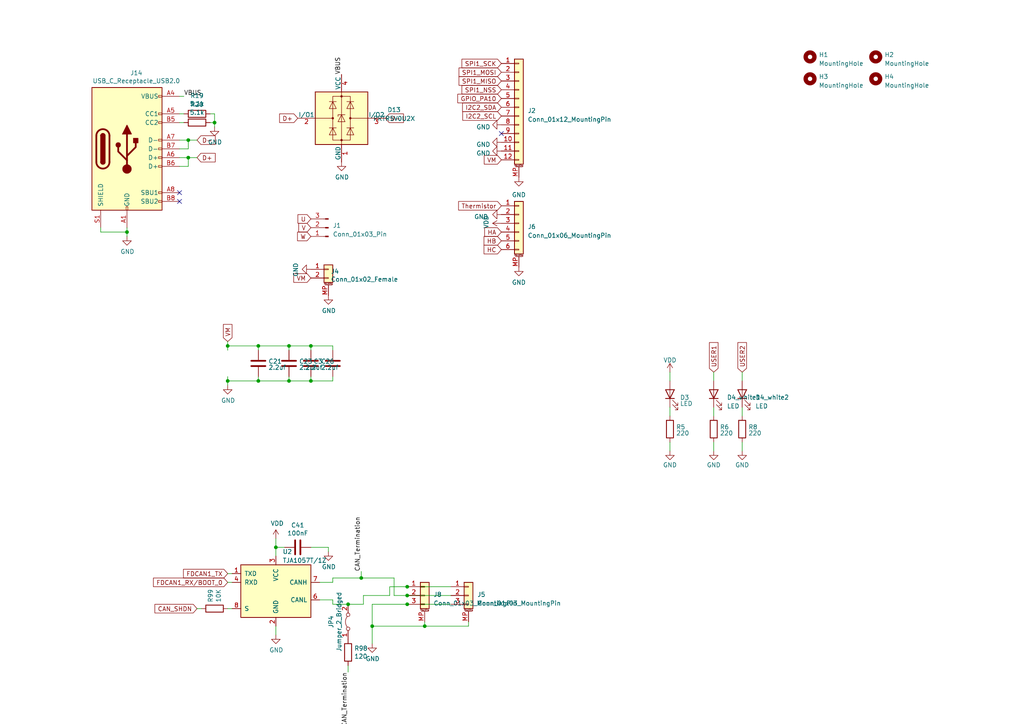
<source format=kicad_sch>
(kicad_sch (version 20230121) (generator eeschema)
  (paper "A4")
  (lib_symbols
    (symbol "Connector:Conn_01x03_Pin" (pin_names (offset 1.016) hide)
      (property "Reference" "J" (at 0 5.08 0))
      (property "Value" "Conn_01x03_Pin" (at 0 -5.08 0))
      (symbol "Conn_01x03_Pin_1_1"
        (polyline (pts (xy 1.27 -2.54) (xy 0.8636 -2.54)) (stroke (width 0.1524)))
        (polyline (pts (xy 1.27 0) (xy 0.8636 0)) (stroke (width 0.1524)))
        (polyline (pts (xy 1.27 2.54) (xy 0.8636 2.54)) (stroke (width 0.1524)))
        (rectangle (start 0.8636 -2.413) (end 0 -2.667) (stroke (width 0.1524)) (fill (type outline)))
        (rectangle (start 0.8636 0.127) (end 0 -0.127) (stroke (width 0.1524)) (fill (type outline)))
        (rectangle (start 0.8636 2.667) (end 0 2.413) (stroke (width 0.1524)) (fill (type outline)))
        (pin passive line (at 5.08 2.54 180) (length 3.81) (name "Pin_1") (number "1"))
        (pin passive line (at 5.08 0 180) (length 3.81) (name "Pin_2") (number "2"))
        (pin passive line (at 5.08 -2.54 180) (length 3.81) (name "Pin_3") (number "3"))
      )
    )
    (symbol "Connector:USB_C_Receptacle_USB2.0" (pin_names (offset 1.016))
      (property "Reference" "J" (at -10.16 19.05 0))
      (property "Value" "USB_C_Receptacle_USB2.0" (at 19.05 19.05 0))
      (symbol "USB_C_Receptacle_USB2.0_0_0"
        (rectangle (start -0.254 -17.78) (end 0.254 -16.764))
        (rectangle (start 10.16 -14.986) (end 9.144 -15.494))
        (rectangle (start 10.16 -12.446) (end 9.144 -12.954))
        (rectangle (start 10.16 -4.826) (end 9.144 -5.334))
        (rectangle (start 10.16 -2.286) (end 9.144 -2.794))
        (rectangle (start 10.16 0.254) (end 9.144 -0.254))
        (rectangle (start 10.16 2.794) (end 9.144 2.286))
        (rectangle (start 10.16 7.874) (end 9.144 7.366))
        (rectangle (start 10.16 10.414) (end 9.144 9.906))
        (rectangle (start 10.16 15.494) (end 9.144 14.986))
      )
      (symbol "USB_C_Receptacle_USB2.0_0_1"
        (rectangle (start -10.16 17.78) (end 10.16 -17.78) (stroke (width 0.254)) (fill (type background)))
        (arc (start -8.89 -3.81) (mid -6.985 -5.7067) (end -5.08 -3.81) (stroke (width 0.508)))
        (arc (start -7.62 -3.81) (mid -6.985 -4.4423) (end -6.35 -3.81) (stroke (width 0.254)))
        (arc (start -7.62 -3.81) (mid -6.985 -4.4423) (end -6.35 -3.81) (stroke (width 0.254)) (fill (type outline)))
        (rectangle (start -7.62 -3.81) (end -6.35 3.81) (stroke (width 0.254)) (fill (type outline)))
        (arc (start -6.35 3.81) (mid -6.985 4.4423) (end -7.62 3.81) (stroke (width 0.254)))
        (arc (start -6.35 3.81) (mid -6.985 4.4423) (end -7.62 3.81) (stroke (width 0.254)) (fill (type outline)))
        (arc (start -5.08 3.81) (mid -6.985 5.7067) (end -8.89 3.81) (stroke (width 0.508)))
        (circle (center -2.54 1.143) (radius 0.635) (stroke (width 0.254)) (fill (type outline)))
        (circle (center 0 -5.842) (radius 1.27) (fill (type outline)))
        (polyline (pts (xy -8.89 -3.81) (xy -8.89 3.81)) (stroke (width 0.508)))
        (polyline (pts (xy -5.08 3.81) (xy -5.08 -3.81)) (stroke (width 0.508)))
        (polyline (pts (xy 0 -5.842) (xy 0 4.318)) (stroke (width 0.508)))
        (polyline (pts (xy 0 -3.302) (xy -2.54 -0.762) (xy -2.54 0.508)) (stroke (width 0.508)))
        (polyline (pts (xy 0 -2.032) (xy 2.54 0.508) (xy 2.54 1.778)) (stroke (width 0.508)))
        (polyline (pts (xy -1.27 4.318) (xy 0 6.858) (xy 1.27 4.318) (xy -1.27 4.318)) (stroke (width 0.254)) (fill (type outline)))
        (rectangle (start 1.905 1.778) (end 3.175 3.048) (stroke (width 0.254)) (fill (type outline)))
      )
      (symbol "USB_C_Receptacle_USB2.0_1_1"
        (pin passive line (at 0 -22.86 90) (length 5.08) (name "GND") (number "A1"))
        (pin passive line (at 0 -22.86 90) (length 5.08) hide (name "GND") (number "A12"))
        (pin passive line (at 15.24 15.24 180) (length 5.08) (name "VBUS") (number "A4"))
        (pin bidirectional line (at 15.24 10.16 180) (length 5.08) (name "CC1") (number "A5"))
        (pin bidirectional line (at 15.24 -2.54 180) (length 5.08) (name "D+") (number "A6"))
        (pin bidirectional line (at 15.24 2.54 180) (length 5.08) (name "D-") (number "A7"))
        (pin bidirectional line (at 15.24 -12.7 180) (length 5.08) (name "SBU1") (number "A8"))
        (pin passive line (at 15.24 15.24 180) (length 5.08) hide (name "VBUS") (number "A9"))
        (pin passive line (at 0 -22.86 90) (length 5.08) hide (name "GND") (number "B1"))
        (pin passive line (at 0 -22.86 90) (length 5.08) hide (name "GND") (number "B12"))
        (pin passive line (at 15.24 15.24 180) (length 5.08) hide (name "VBUS") (number "B4"))
        (pin bidirectional line (at 15.24 7.62 180) (length 5.08) (name "CC2") (number "B5"))
        (pin bidirectional line (at 15.24 -5.08 180) (length 5.08) (name "D+") (number "B6"))
        (pin bidirectional line (at 15.24 0 180) (length 5.08) (name "D-") (number "B7"))
        (pin bidirectional line (at 15.24 -15.24 180) (length 5.08) (name "SBU2") (number "B8"))
        (pin passive line (at 15.24 15.24 180) (length 5.08) hide (name "VBUS") (number "B9"))
        (pin passive line (at -7.62 -22.86 90) (length 5.08) (name "SHIELD") (number "S1"))
      )
    )
    (symbol "Connector_Generic_MountingPin:Conn_01x02_MountingPin" (pin_names (offset 1.016) hide)
      (property "Reference" "J" (at 0 2.54 0))
      (property "Value" "Conn_01x02_MountingPin" (at 1.27 -5.08 0))
      (symbol "Conn_01x02_MountingPin_1_1"
        (rectangle (start -1.27 -2.413) (end 0 -2.667) (stroke (width 0.1524)))
        (rectangle (start -1.27 0.127) (end 0 -0.127) (stroke (width 0.1524)))
        (rectangle (start -1.27 1.27) (end 1.27 -3.81) (stroke (width 0.254)) (fill (type background)))
        (polyline (pts (xy -1.016 -4.572) (xy 1.016 -4.572)) (stroke (width 0.1524)))
        (text "Mounting" (at 0 -4.191 0) (effects (font (size 0.381 0.381))))
        (pin passive line (at -5.08 0 0) (length 3.81) (name "Pin_1") (number "1"))
        (pin passive line (at -5.08 -2.54 0) (length 3.81) (name "Pin_2") (number "2"))
        (pin passive line (at 0 -7.62 90) (length 3.048) (name "MountPin") (number "MP"))
      )
    )
    (symbol "Connector_Generic_MountingPin:Conn_01x03_MountingPin" (pin_names (offset 1.016) hide)
      (property "Reference" "J" (at 0 5.08 0))
      (property "Value" "Conn_01x03_MountingPin" (at 1.27 -5.08 0))
      (symbol "Conn_01x03_MountingPin_1_1"
        (rectangle (start -1.27 -2.413) (end 0 -2.667) (stroke (width 0.1524)))
        (rectangle (start -1.27 0.127) (end 0 -0.127) (stroke (width 0.1524)))
        (rectangle (start -1.27 2.667) (end 0 2.413) (stroke (width 0.1524)))
        (rectangle (start -1.27 3.81) (end 1.27 -3.81) (stroke (width 0.254)) (fill (type background)))
        (polyline (pts (xy -1.016 -4.572) (xy 1.016 -4.572)) (stroke (width 0.1524)))
        (text "Mounting" (at 0 -4.191 0) (effects (font (size 0.381 0.381))))
        (pin passive line (at -5.08 2.54 0) (length 3.81) (name "Pin_1") (number "1"))
        (pin passive line (at -5.08 0 0) (length 3.81) (name "Pin_2") (number "2"))
        (pin passive line (at -5.08 -2.54 0) (length 3.81) (name "Pin_3") (number "3"))
        (pin passive line (at 0 -7.62 90) (length 3.048) (name "MountPin") (number "MP"))
      )
    )
    (symbol "Connector_Generic_MountingPin:Conn_01x06_MountingPin" (pin_names (offset 1.016) hide)
      (property "Reference" "J" (at 0 7.62 0))
      (property "Value" "Conn_01x06_MountingPin" (at 1.27 -10.16 0))
      (symbol "Conn_01x06_MountingPin_1_1"
        (rectangle (start -1.27 -7.493) (end 0 -7.747) (stroke (width 0.1524)))
        (rectangle (start -1.27 -4.953) (end 0 -5.207) (stroke (width 0.1524)))
        (rectangle (start -1.27 -2.413) (end 0 -2.667) (stroke (width 0.1524)))
        (rectangle (start -1.27 0.127) (end 0 -0.127) (stroke (width 0.1524)))
        (rectangle (start -1.27 2.667) (end 0 2.413) (stroke (width 0.1524)))
        (rectangle (start -1.27 5.207) (end 0 4.953) (stroke (width 0.1524)))
        (rectangle (start -1.27 6.35) (end 1.27 -8.89) (stroke (width 0.254)) (fill (type background)))
        (polyline (pts (xy -1.016 -9.652) (xy 1.016 -9.652)) (stroke (width 0.1524)))
        (text "Mounting" (at 0 -9.271 0) (effects (font (size 0.381 0.381))))
        (pin passive line (at -5.08 5.08 0) (length 3.81) (name "Pin_1") (number "1"))
        (pin passive line (at -5.08 2.54 0) (length 3.81) (name "Pin_2") (number "2"))
        (pin passive line (at -5.08 0 0) (length 3.81) (name "Pin_3") (number "3"))
        (pin passive line (at -5.08 -2.54 0) (length 3.81) (name "Pin_4") (number "4"))
        (pin passive line (at -5.08 -5.08 0) (length 3.81) (name "Pin_5") (number "5"))
        (pin passive line (at -5.08 -7.62 0) (length 3.81) (name "Pin_6") (number "6"))
        (pin passive line (at 0 -12.7 90) (length 3.048) (name "MountPin") (number "MP"))
      )
    )
    (symbol "Connector_Generic_MountingPin:Conn_01x12_MountingPin" (pin_names (offset 1.016) hide)
      (property "Reference" "J" (at 0 15.24 0))
      (property "Value" "Conn_01x12_MountingPin" (at 1.27 -17.78 0))
      (symbol "Conn_01x12_MountingPin_1_1"
        (rectangle (start -1.27 -15.113) (end 0 -15.367) (stroke (width 0.1524)))
        (rectangle (start -1.27 -12.573) (end 0 -12.827) (stroke (width 0.1524)))
        (rectangle (start -1.27 -10.033) (end 0 -10.287) (stroke (width 0.1524)))
        (rectangle (start -1.27 -7.493) (end 0 -7.747) (stroke (width 0.1524)))
        (rectangle (start -1.27 -4.953) (end 0 -5.207) (stroke (width 0.1524)))
        (rectangle (start -1.27 -2.413) (end 0 -2.667) (stroke (width 0.1524)))
        (rectangle (start -1.27 0.127) (end 0 -0.127) (stroke (width 0.1524)))
        (rectangle (start -1.27 2.667) (end 0 2.413) (stroke (width 0.1524)))
        (rectangle (start -1.27 5.207) (end 0 4.953) (stroke (width 0.1524)))
        (rectangle (start -1.27 7.747) (end 0 7.493) (stroke (width 0.1524)))
        (rectangle (start -1.27 10.287) (end 0 10.033) (stroke (width 0.1524)))
        (rectangle (start -1.27 12.827) (end 0 12.573) (stroke (width 0.1524)))
        (rectangle (start -1.27 13.97) (end 1.27 -16.51) (stroke (width 0.254)) (fill (type background)))
        (polyline (pts (xy -1.016 -17.272) (xy 1.016 -17.272)) (stroke (width 0.1524)))
        (text "Mounting" (at 0 -16.891 0) (effects (font (size 0.381 0.381))))
        (pin passive line (at -5.08 12.7 0) (length 3.81) (name "Pin_1") (number "1"))
        (pin passive line (at -5.08 -10.16 0) (length 3.81) (name "Pin_10") (number "10"))
        (pin passive line (at -5.08 -12.7 0) (length 3.81) (name "Pin_11") (number "11"))
        (pin passive line (at -5.08 -15.24 0) (length 3.81) (name "Pin_12") (number "12"))
        (pin passive line (at -5.08 10.16 0) (length 3.81) (name "Pin_2") (number "2"))
        (pin passive line (at -5.08 7.62 0) (length 3.81) (name "Pin_3") (number "3"))
        (pin passive line (at -5.08 5.08 0) (length 3.81) (name "Pin_4") (number "4"))
        (pin passive line (at -5.08 2.54 0) (length 3.81) (name "Pin_5") (number "5"))
        (pin passive line (at -5.08 0 0) (length 3.81) (name "Pin_6") (number "6"))
        (pin passive line (at -5.08 -2.54 0) (length 3.81) (name "Pin_7") (number "7"))
        (pin passive line (at -5.08 -5.08 0) (length 3.81) (name "Pin_8") (number "8"))
        (pin passive line (at -5.08 -7.62 0) (length 3.81) (name "Pin_9") (number "9"))
        (pin passive line (at 0 -20.32 90) (length 3.048) (name "MountPin") (number "MP"))
      )
    )
    (symbol "Device:C" (pin_numbers hide) (pin_names (offset 0.254))
      (property "Reference" "C" (at 0.635 2.54 0))
      (property "Value" "C" (at 0.635 -2.54 0))
      (symbol "C_0_1"
        (polyline (pts (xy -2.032 -0.762) (xy 2.032 -0.762)) (stroke (width 0.508)))
        (polyline (pts (xy -2.032 0.762) (xy 2.032 0.762)) (stroke (width 0.508)))
      )
      (symbol "C_1_1"
        (pin passive line (at 0 3.81 270) (length 2.794) (name "~") (number "1"))
        (pin passive line (at 0 -3.81 90) (length 2.794) (name "~") (number "2"))
      )
    )
    (symbol "Device:LED" (pin_numbers hide) (pin_names (offset 1.016) hide)
      (property "Reference" "D" (at 0 2.54 0))
      (property "Value" "LED" (at 0 -2.54 0))
      (symbol "LED_0_1"
        (polyline (pts (xy -1.27 -1.27) (xy -1.27 1.27)) (stroke (width 0.254)))
        (polyline (pts (xy -1.27 0) (xy 1.27 0)))
        (polyline (pts (xy 1.27 -1.27) (xy 1.27 1.27) (xy -1.27 0) (xy 1.27 -1.27)) (stroke (width 0.254)))
        (polyline (pts (xy -3.048 -0.762) (xy -4.572 -2.286) (xy -3.81 -2.286) (xy -4.572 -2.286) (xy -4.572 -1.524)))
        (polyline (pts (xy -1.778 -0.762) (xy -3.302 -2.286) (xy -2.54 -2.286) (xy -3.302 -2.286) (xy -3.302 -1.524)))
      )
      (symbol "LED_1_1"
        (pin passive line (at -3.81 0 0) (length 2.54) (name "K") (number "1"))
        (pin passive line (at 3.81 0 180) (length 2.54) (name "A") (number "2"))
      )
    )
    (symbol "Device:R" (pin_numbers hide) (pin_names (offset 0))
      (property "Reference" "R" (at 2.032 0 90))
      (property "Value" "R" (at 0 0 90))
      (symbol "R_0_1"
        (rectangle (start -1.016 -2.54) (end 1.016 2.54) (stroke (width 0.254)))
      )
      (symbol "R_1_1"
        (pin passive line (at 0 3.81 270) (length 1.27) (name "~") (number "1"))
        (pin passive line (at 0 -3.81 90) (length 1.27) (name "~") (number "2"))
      )
    )
    (symbol "Interface_CAN_LIN:TJA1051T" (pin_names (offset 1.016))
      (property "Reference" "U" (at -10.16 8.89 0))
      (property "Value" "TJA1051T" (at 1.27 8.89 0))
      (symbol "TJA1051T_0_1"
        (rectangle (start -10.16 7.62) (end 10.16 -7.62) (stroke (width 0.254)) (fill (type background)))
      )
      (symbol "TJA1051T_1_1"
        (pin input line (at -12.7 5.08 0) (length 2.54) (name "TXD") (number "1"))
        (pin power_in line (at 0 -10.16 90) (length 2.54) (name "GND") (number "2"))
        (pin power_in line (at 0 10.16 270) (length 2.54) (name "VCC") (number "3"))
        (pin output line (at -12.7 2.54 0) (length 2.54) (name "RXD") (number "4"))
        (pin no_connect line (at -12.7 -2.54 0) (length 2.54) hide (name "n.c.") (number "5"))
        (pin bidirectional line (at 12.7 -2.54 180) (length 2.54) (name "CANL") (number "6"))
        (pin bidirectional line (at 12.7 2.54 180) (length 2.54) (name "CANH") (number "7"))
        (pin input line (at -12.7 -5.08 0) (length 2.54) (name "S") (number "8"))
      )
    )
    (symbol "Jumper:Jumper_2_Bridged" (pin_names (offset 0) hide)
      (property "Reference" "JP" (at 0 1.905 0))
      (property "Value" "Jumper_2_Bridged" (at 0 -2.54 0))
      (symbol "Jumper_2_Bridged_0_0"
        (circle (center -2.032 0) (radius 0.508))
        (circle (center 2.032 0) (radius 0.508))
      )
      (symbol "Jumper_2_Bridged_0_1"
        (arc (start 1.524 0.254) (mid 0 0.762) (end -1.524 0.254))
      )
      (symbol "Jumper_2_Bridged_1_1"
        (pin passive line (at -5.08 0 0) (length 2.54) (name "A") (number "1"))
        (pin passive line (at 5.08 0 180) (length 2.54) (name "B") (number "2"))
      )
    )
    (symbol "Mechanical:MountingHole" (pin_names (offset 1.016))
      (property "Reference" "H" (at 0 5.08 0))
      (property "Value" "MountingHole" (at 0 3.175 0))
      (symbol "MountingHole_0_1"
        (circle (center 0 0) (radius 1.27) (stroke (width 1.27)))
      )
    )
    (symbol "Power_Protection:PRTR5V0U2X" (pin_names (offset 0))
      (property "Reference" "D" (at 2.794 8.636 0))
      (property "Value" "PRTR5V0U2X" (at 8.128 -9.398 0))
      (symbol "PRTR5V0U2X_0_1"
        (rectangle (start -7.62 -7.62) (end 7.62 7.62) (stroke (width 0.254)) (fill (type background)))
        (circle (center -2.54 0) (radius 0.254) (fill (type outline)))
        (rectangle (start -2.54 6.35) (end 2.54 -6.35))
        (circle (center 0 -6.35) (radius 0.254) (fill (type outline)))
        (polyline (pts (xy -2.54 0) (xy -7.62 0)))
        (polyline (pts (xy -1.524 -2.794) (xy -3.556 -2.794)))
        (polyline (pts (xy -1.524 4.826) (xy -3.556 4.826)))
        (polyline (pts (xy 0 -7.62) (xy 0 7.62)))
        (polyline (pts (xy 1.524 -2.794) (xy 3.556 -2.794)))
        (polyline (pts (xy 1.524 4.826) (xy 3.556 4.826)))
        (polyline (pts (xy 2.54 0) (xy 7.62 0)))
        (polyline (pts (xy 1.016 1.016) (xy -1.016 1.016) (xy -1.016 0.508)))
        (polyline (pts (xy -3.556 -4.826) (xy -1.524 -4.826) (xy -2.54 -2.794) (xy -3.556 -4.826)))
        (polyline (pts (xy -3.556 2.794) (xy -1.524 2.794) (xy -2.54 4.826) (xy -3.556 2.794)))
        (polyline (pts (xy -1.016 -1.016) (xy 1.016 -1.016) (xy 0 1.016) (xy -1.016 -1.016)))
        (polyline (pts (xy 3.556 -4.826) (xy 1.524 -4.826) (xy 2.54 -2.794) (xy 3.556 -4.826)))
        (polyline (pts (xy 3.556 2.794) (xy 1.524 2.794) (xy 2.54 4.826) (xy 3.556 2.794)))
        (circle (center 0 6.35) (radius 0.254) (fill (type outline)))
        (circle (center 2.54 0) (radius 0.254) (fill (type outline)))
      )
      (symbol "PRTR5V0U2X_1_1"
        (pin passive line (at 0 -12.7 90) (length 5.08) (name "GND") (number "1"))
        (pin passive line (at -12.7 0 0) (length 5.08) (name "I/O1") (number "2"))
        (pin passive line (at 12.7 0 180) (length 5.08) (name "I/O2") (number "3"))
        (pin passive line (at 0 12.7 270) (length 5.08) (name "VCC") (number "4"))
      )
    )
    (symbol "power:GND" (power) (pin_names (offset 0))
      (property "Value" "GND" (at 0 -3.81 0))
      (symbol "GND_0_1"
        (polyline (pts (xy 0 0) (xy 0 -1.27) (xy 1.27 -1.27) (xy 0 -2.54) (xy -1.27 -1.27) (xy 0 -1.27)))
      )
      (symbol "GND_1_1"
        (pin power_in line (at 0 0 270) (length 0) hide (name "GND") (number "1"))
      )
    )
    (symbol "power:VDD" (power) (pin_names (offset 0))
      (property "Value" "VDD" (at 0 3.81 0))
      (symbol "VDD_0_1"
        (polyline (pts (xy -0.762 1.27) (xy 0 2.54)))
        (polyline (pts (xy 0 0) (xy 0 2.54)))
        (polyline (pts (xy 0 2.54) (xy 0.762 1.27)))
      )
      (symbol "VDD_1_1"
        (pin power_in line (at 0 0 90) (length 0) hide (name "VDD") (number "1"))
      )
    )
  )
  (junction (at 54.61 40.64))
  (junction (at 66.04 110.49))
  (junction (at 100.965 175.26))
  (junction (at 118.11 172.72))
  (junction (at 118.11 170.18))
  (junction (at 90.17 100.33))
  (junction (at 107.95 181.61))
  (junction (at 66.04 100.33))
  (junction (at 83.82 110.49))
  (junction (at 74.93 100.33))
  (junction (at 118.11 175.26))
  (junction (at 123.19 181.61))
  (junction (at 104.775 167.64))
  (junction (at 62.23 35.56))
  (junction (at 90.17 110.49))
  (junction (at 36.83 67.31))
  (junction (at 83.82 100.33))
  (junction (at 74.93 110.49))
  (junction (at 80.01 158.75))
  (junction (at 54.61 45.72))
  (no_connect (at 145.415 38.735))
  (no_connect (at 52.07 58.42))
  (no_connect (at 52.07 55.88))
  (wire (pts (xy 90.17 110.49) (xy 96.52 110.49)))
  (wire (pts (xy 90.17 100.33) (xy 96.52 100.33)))
  (wire (pts (xy 95.25 158.75) (xy 95.25 160.02)))
  (wire (pts (xy 66.04 100.33) (xy 66.04 101.6)))
  (wire (pts (xy 118.11 172.72) (xy 130.81 172.72)))
  (wire (pts (xy 74.93 100.33) (xy 83.82 100.33)))
  (wire (pts (xy 215.265 118.11) (xy 215.265 120.65)))
  (wire (pts (xy 66.04 168.91) (xy 67.31 168.91)))
  (wire (pts (xy 123.19 181.61) (xy 135.89 181.61)))
  (wire (pts (xy 96.52 167.64) (xy 104.775 167.64)))
  (wire (pts (xy 96.52 110.49) (xy 96.52 109.22)))
  (wire (pts (xy 92.71 168.91) (xy 96.52 168.91)))
  (wire (pts (xy 66.04 110.49) (xy 66.04 111.76)))
  (wire (pts (xy 54.61 45.72) (xy 57.15 45.72)))
  (wire (pts (xy 207.01 118.11) (xy 207.01 120.65)))
  (wire (pts (xy 96.52 175.26) (xy 96.52 173.99)))
  (wire (pts (xy 83.82 100.33) (xy 90.17 100.33)))
  (wire (pts (xy 54.61 40.64) (xy 57.15 40.64)))
  (wire (pts (xy 52.07 40.64) (xy 54.61 40.64)))
  (wire (pts (xy 90.17 110.49) (xy 90.17 109.22)))
  (wire (pts (xy 96.52 173.99) (xy 92.71 173.99)))
  (wire (pts (xy 66.04 99.06) (xy 66.04 100.33)))
  (wire (pts (xy 36.83 66.04) (xy 36.83 67.31)))
  (wire (pts (xy 60.96 35.56) (xy 62.23 35.56)))
  (wire (pts (xy 113.03 170.18) (xy 118.11 170.18)))
  (wire (pts (xy 207.01 128.27) (xy 207.01 130.81)))
  (wire (pts (xy 83.82 110.49) (xy 74.93 110.49)))
  (wire (pts (xy 118.11 170.18) (xy 130.81 170.18)))
  (wire (pts (xy 83.82 110.49) (xy 90.17 110.49)))
  (wire (pts (xy 118.11 175.26) (xy 107.95 175.26)))
  (wire (pts (xy 66.04 166.37) (xy 67.31 166.37)))
  (wire (pts (xy 105.41 172.72) (xy 105.41 175.26)))
  (wire (pts (xy 118.11 172.72) (xy 114.3 172.72)))
  (wire (pts (xy 52.07 27.94) (xy 53.34 27.94)))
  (wire (pts (xy 207.01 107.95) (xy 207.01 110.49)))
  (wire (pts (xy 66.04 109.22) (xy 66.04 110.49)))
  (wire (pts (xy 90.17 100.33) (xy 90.17 101.6)))
  (wire (pts (xy 104.775 165.735) (xy 104.775 167.64)))
  (wire (pts (xy 100.965 175.26) (xy 105.41 175.26)))
  (wire (pts (xy 74.93 109.22) (xy 74.93 110.49)))
  (wire (pts (xy 66.04 100.33) (xy 74.93 100.33)))
  (wire (pts (xy 107.95 181.61) (xy 123.19 181.61)))
  (wire (pts (xy 74.93 100.33) (xy 74.93 101.6)))
  (wire (pts (xy 90.17 158.75) (xy 95.25 158.75)))
  (wire (pts (xy 135.89 181.61) (xy 135.89 180.34)))
  (wire (pts (xy 113.03 172.72) (xy 113.03 170.18)))
  (wire (pts (xy 107.95 181.61) (xy 107.95 186.69)))
  (wire (pts (xy 54.61 40.64) (xy 54.61 43.18)))
  (wire (pts (xy 29.21 66.04) (xy 29.21 67.31)))
  (wire (pts (xy 123.19 180.34) (xy 123.19 181.61)))
  (wire (pts (xy 80.01 158.75) (xy 80.01 156.21)))
  (wire (pts (xy 80.01 181.61) (xy 80.01 184.15)))
  (wire (pts (xy 57.15 176.53) (xy 58.42 176.53)))
  (wire (pts (xy 96.52 168.91) (xy 96.52 167.64)))
  (wire (pts (xy 194.31 128.27) (xy 194.31 130.81)))
  (wire (pts (xy 80.01 161.29) (xy 80.01 158.75)))
  (wire (pts (xy 194.31 107.95) (xy 194.31 110.49)))
  (wire (pts (xy 52.07 43.18) (xy 54.61 43.18)))
  (wire (pts (xy 62.23 33.02) (xy 60.96 33.02)))
  (wire (pts (xy 74.93 110.49) (xy 66.04 110.49)))
  (wire (pts (xy 100.965 193.04) (xy 100.965 194.945)))
  (wire (pts (xy 67.31 176.53) (xy 66.04 176.53)))
  (wire (pts (xy 104.775 167.64) (xy 114.3 167.64)))
  (wire (pts (xy 114.3 172.72) (xy 114.3 167.64)))
  (wire (pts (xy 215.265 107.95) (xy 215.265 110.49)))
  (wire (pts (xy 52.07 33.02) (xy 53.34 33.02)))
  (wire (pts (xy 29.21 67.31) (xy 36.83 67.31)))
  (wire (pts (xy 105.41 172.72) (xy 113.03 172.72)))
  (wire (pts (xy 107.95 175.26) (xy 107.95 181.61)))
  (wire (pts (xy 96.52 175.26) (xy 100.965 175.26)))
  (wire (pts (xy 52.07 45.72) (xy 54.61 45.72)))
  (wire (pts (xy 62.23 35.56) (xy 62.23 33.02)))
  (wire (pts (xy 80.01 158.75) (xy 82.55 158.75)))
  (wire (pts (xy 52.07 48.26) (xy 54.61 48.26)))
  (wire (pts (xy 194.31 118.11) (xy 194.31 120.65)))
  (wire (pts (xy 52.07 35.56) (xy 53.34 35.56)))
  (wire (pts (xy 83.82 109.22) (xy 83.82 110.49)))
  (wire (pts (xy 83.82 101.6) (xy 83.82 100.33)))
  (wire (pts (xy 118.11 175.26) (xy 130.81 175.26)))
  (wire (pts (xy 215.265 128.27) (xy 215.265 130.81)))
  (wire (pts (xy 36.83 67.31) (xy 36.83 68.58)))
  (wire (pts (xy 62.23 36.83) (xy 62.23 35.56)))
  (wire (pts (xy 54.61 48.26) (xy 54.61 45.72)))
  (wire (pts (xy 96.52 100.33) (xy 96.52 101.6)))
  (label "CAN_Termination" (at 100.965 194.945 270))
  (label "CAN_Termination" (at 104.775 165.735 90))
  (label "VBUS" (at 53.34 27.94 0))
  (label "VBUS" (at 99.06 21.59 90))
  (global_label "CAN_SHDN" (shape input) (at 57.15 176.53 180) (property "Intersheetrefs" "${INTERSHEET_REFS}" (effects hide)))
  (global_label "VM" (shape input) (at 90.17 80.645 180) (property "Intersheetrefs" "${INTERSHEET_REFS}" (effects hide)))
  (global_label "I2C2_SCL" (shape input) (at 145.415 33.655 180) (property "Intersheetrefs" "${INTERSHEET_REFS}" (effects hide)))
  (global_label "Thermistor" (shape input) (at 145.415 59.69 180) (property "Intersheetrefs" "${INTERSHEET_REFS}" (effects hide)))
  (global_label "HC" (shape input) (at 145.415 72.39 180) (property "Intersheetrefs" "${INTERSHEET_REFS}" (effects hide)))
  (global_label "SPI1_SCK" (shape input) (at 145.415 18.415 180) (property "Intersheetrefs" "${INTERSHEET_REFS}" (effects hide)))
  (global_label "W" (shape input) (at 90.17 68.58 180) (property "Intersheetrefs" "${INTERSHEET_REFS}" (effects hide)))
  (global_label "FDCAN1_TX" (shape input) (at 66.04 166.37 180) (property "Intersheetrefs" "${INTERSHEET_REFS}" (effects hide)))
  (global_label "D+" (shape input) (at 57.15 45.72 0) (property "Intersheetrefs" "${INTERSHEET_REFS}" (effects hide)))
  (global_label "SPI1_MOSI" (shape input) (at 145.415 20.955 180) (property "Intersheetrefs" "${INTERSHEET_REFS}" (effects hide)))
  (global_label "U" (shape input) (at 90.17 63.5 180) (property "Intersheetrefs" "${INTERSHEET_REFS}" (effects hide)))
  (global_label "VM" (shape input) (at 66.04 99.06 90) (property "Intersheetrefs" "${INTERSHEET_REFS}" (effects hide)))
  (global_label "D-" (shape input) (at 111.76 34.29 0) (property "Intersheetrefs" "${INTERSHEET_REFS}" (effects hide)))
  (global_label "HB" (shape input) (at 145.415 69.85 180) (property "Intersheetrefs" "${INTERSHEET_REFS}" (effects hide)))
  (global_label "HA" (shape input) (at 145.415 67.31 180) (property "Intersheetrefs" "${INTERSHEET_REFS}" (effects hide)))
  (global_label "USER2" (shape input) (at 215.265 107.95 90) (property "Intersheetrefs" "${INTERSHEET_REFS}" (effects hide)))
  (global_label "D-" (shape input) (at 57.15 40.64 0) (property "Intersheetrefs" "${INTERSHEET_REFS}" (effects hide)))
  (global_label "SPI1_NSS" (shape input) (at 145.415 26.035 180) (property "Intersheetrefs" "${INTERSHEET_REFS}" (effects hide)))
  (global_label "SPI1_MISO" (shape input) (at 145.415 23.495 180) (property "Intersheetrefs" "${INTERSHEET_REFS}" (effects hide)))
  (global_label "GPIO_PA10" (shape input) (at 145.415 28.575 180) (property "Intersheetrefs" "${INTERSHEET_REFS}" (effects hide)))
  (global_label "V" (shape input) (at 90.17 66.04 180) (property "Intersheetrefs" "${INTERSHEET_REFS}" (effects hide)))
  (global_label "I2C2_SDA" (shape input) (at 145.415 31.115 180) (property "Intersheetrefs" "${INTERSHEET_REFS}" (effects hide)))
  (global_label "VM" (shape input) (at 145.415 46.355 180) (property "Intersheetrefs" "${INTERSHEET_REFS}" (effects hide)))
  (global_label "FDCAN1_RX{slash}BOOT_0" (shape input) (at 66.04 168.91 180) (property "Intersheetrefs" "${INTERSHEET_REFS}" (effects hide)))
  (global_label "D+" (shape input) (at 86.36 34.29 180) (property "Intersheetrefs" "${INTERSHEET_REFS}" (effects hide)))
  (global_label "USER1" (shape input) (at 207.01 107.95 90) (property "Intersheetrefs" "${INTERSHEET_REFS}" (effects hide)))
  (symbol (lib_id "Device:R") (at 100.965 189.23 0) (unit 1)
    (property "Reference" "R98" (at 102.743 188.0616 0) (effects (justify left)))
    (property "Value" "120" (at 102.743 190.373 0) (effects (justify left)))
    (property "Footprint" "Resistor_SMD:R_0402_1005Metric" (effects hide))
  )
  (symbol (lib_id "power:GND") (at 80.01 184.15 0) (unit 1)
    (property "Reference" "#PWR0137" (effects hide))
    (property "Value" "GND" (at 80.137 188.5442 0))
  )
  (symbol (lib_id "power:GND") (at 107.95 186.69 0) (unit 1)
    (property "Reference" "#PWR0139" (effects hide))
    (property "Value" "GND" (at 108.077 191.0842 0))
  )
  (symbol (lib_id "power:VDD") (at 80.01 156.21 0) (unit 1)
    (property "Reference" "#PWR0138" (effects hide))
    (property "Value" "VDD" (at 80.391 151.8158 0))
  )
  (symbol (lib_id "power:GND") (at 95.25 160.02 0) (unit 1)
    (property "Reference" "#PWR0140" (effects hide))
    (property "Value" "GND" (at 95.377 164.4142 0))
  )
  (symbol (lib_id "Connector_Generic_MountingPin:Conn_01x02_MountingPin") (at 95.25 78.105 0) (unit 1)
    (property "Reference" "J4" (at 95.9612 78.7146 0) (effects (justify left)))
    (property "Value" "Conn_01x02_Female" (at 95.9612 81.026 0) (effects (justify left)))
    (property "Footprint" "Connector_PinHeader_2.54mm:PinHeader_1x02_P2.54mm_Vertical" (effects hide))
  )
  (symbol (lib_id "Device:C") (at 86.36 158.75 270) (unit 1)
    (property "Reference" "C41" (at 86.36 152.3492 90))
    (property "Value" "100nF" (at 86.36 154.6606 90))
    (property "Footprint" "Capacitor_SMD:C_0402_1005Metric" (effects hide))
  )
  (symbol (lib_id "power:GND") (at 90.17 78.105 270) (unit 1)
    (property "Reference" "#PWR0136" (effects hide))
    (property "Value" "GND" (at 85.7758 78.232 0))
  )
  (symbol (lib_id "power:GND") (at 207.01 130.81 0) (unit 1)
    (property "Reference" "#PWR0145" (effects hide))
    (property "Value" "GND" (at 207.01 134.8661 0))
  )
  (symbol (lib_id "Device:R") (at 57.15 35.56 270) (unit 1)
    (property "Reference" "R20" (at 57.15 30.3022 90))
    (property "Value" "5.1k" (at 57.15 32.6136 90))
    (property "Footprint" "Resistor_SMD:R_0402_1005Metric" (effects hide))
    (property "LCSC Part" "C23186" (effects hide))
  )
  (symbol (lib_id "power:GND") (at 150.495 77.47 0) (unit 1)
    (property "Reference" "#PWR011" (effects hide))
    (property "Value" "GND" (at 150.495 81.915 0))
  )
  (symbol (lib_id "Mechanical:MountingHole") (at 254 22.86 0) (unit 1)
    (property "Reference" "H4" (at 256.54 22.225 0) (effects (justify left)))
    (property "Value" "MountingHole" (at 256.54 24.765 0) (effects (justify left)))
    (property "Footprint" "MountingHole:MountingHole_2.2mm_M2" (effects hide))
  )
  (symbol (lib_id "power:GND") (at 95.25 85.725 0) (unit 1)
    (property "Reference" "#PWR0157" (effects hide))
    (property "Value" "GND" (at 95.377 90.1192 0))
  )
  (symbol (lib_id "Device:C") (at 96.52 105.41 0) (mirror y) (unit 1)
    (property "Reference" "C3" (at 93.599 104.8155 0) (effects (justify left)))
    (property "Value" "2.2uf" (at 93.599 106.5777 0) (effects (justify left)))
    (property "Footprint" "Capacitor_SMD:C_1206_3216Metric" (effects hide))
    (property "LCSC Part" "C650969" (effects hide))
  )
  (symbol (lib_id "Device:C") (at 74.93 105.41 0) (unit 1)
    (property "Reference" "C21" (at 77.851 104.8155 0) (effects (justify left)))
    (property "Value" "2.2uf" (at 77.851 106.5777 0) (effects (justify left)))
    (property "Footprint" "Capacitor_SMD:C_1206_3216Metric" (effects hide))
    (property "LCSC Part" "C650969" (effects hide))
  )
  (symbol (lib_id "Connector:USB_C_Receptacle_USB2.0") (at 36.83 43.18 0) (unit 1)
    (property "Reference" "J14" (at 39.5478 21.1582 0))
    (property "Value" "USB_C_Receptacle_USB2.0" (at 39.5478 23.4696 0))
    (property "Footprint" "Connector_USB:USB_C_Receptacle_XKB_U262-16XN-4BVC11" (effects hide))
    (property "Datasheet" "https://www.usb.org/sites/default/files/documents/usb_type-c.zip" (effects hide))
    (property "LCSC Part" "C165948" (effects hide))
  )
  (symbol (lib_id "Device:LED") (at 215.265 114.3 90) (unit 1)
    (property "Reference" "D4_white2" (at 219.075 115.2525 90) (effects (justify right)))
    (property "Value" "LED" (at 219.075 117.7925 90) (effects (justify right)))
    (property "Footprint" "LED_SMD:LED_0805_2012Metric" (effects hide))
  )
  (symbol (lib_id "power:GND") (at 36.83 68.58 0) (unit 1)
    (property "Reference" "#PWR0159" (effects hide))
    (property "Value" "GND" (at 36.957 72.9742 0))
    (instances (project "STSPIN32G4_V2" (path "" (reference "#PWR0159") (unit 1))) (project "pico_twister" (path "" (reference "#PWR0147") (unit 1))))
  )
  (symbol (lib_id "Device:R") (at 207.01 124.46 0) (unit 1)
    (property "Reference" "R6" (at 208.788 123.8655 0) (effects (justify left)))
    (property "Value" "220" (at 208.788 125.6277 0) (effects (justify left)))
    (property "Footprint" "Resistor_SMD:R_0402_1005Metric" (effects hide))
  )
  (symbol (lib_id "power:GND") (at 99.06 46.99 0) (unit 1)
    (property "Reference" "#PWR0161" (effects hide))
    (property "Value" "GND" (at 99.187 51.3842 0))
    (instances (project "STSPIN32G4_V2" (path "" (reference "#PWR0161") (unit 1))) (project "pico_twister" (path "" (reference "#PWR0155") (unit 1))))
  )
  (symbol (lib_id "Interface_CAN_LIN:TJA1051T") (at 80.01 171.45 0) (unit 1)
    (property "Reference" "U2" (at 81.9659 160.02 0) (effects (justify left)))
    (property "Value" "TJA1057T/1Z" (at 81.9659 162.56 0) (effects (justify left)))
    (property "Footprint" "Package_SO:SOIC-8_3.9x4.9mm_P1.27mm" (effects hide))
    (property "Datasheet" "http://www.nxp.com/documents/data_sheet/TJA1051.pdf" (effects hide))
    (property "LCSC" "C961484" (effects hide))
  )
  (symbol (lib_id "power:GND") (at 150.495 51.435 0) (unit 1)
    (property "Reference" "#PWR03" (effects hide))
    (property "Value" "GND" (at 150.495 56.515 0))
  )
  (symbol (lib_id "power:GND") (at 62.23 36.83 0) (unit 1)
    (property "Reference" "#PWR0160" (effects hide))
    (property "Value" "GND" (at 62.357 41.2242 0))
    (instances (project "STSPIN32G4_V2" (path "" (reference "#PWR0160") (unit 1))) (project "pico_twister" (path "" (reference "#PWR0155") (unit 1))))
  )
  (symbol (lib_id "power:GND") (at 145.415 41.275 270) (unit 1)
    (property "Reference" "#PWR01" (effects hide))
    (property "Value" "GND" (at 142.24 41.91 90) (effects (justify right)))
  )
  (symbol (lib_id "Connector_Generic_MountingPin:Conn_01x06_MountingPin") (at 150.495 64.77 0) (unit 1)
    (property "Reference" "J6" (at 153.035 65.7606 0) (effects (justify left)))
    (property "Value" "Conn_01x06_MountingPin" (at 153.035 68.3006 0) (effects (justify left)))
    (property "Footprint" "Connector_PinHeader_1.27mm:PinHeader_1x06_P1.27mm_Vertical" (effects hide))
    (property "LCSC" "C2904934" (effects hide))
  )
  (symbol (lib_id "power:GND") (at 66.04 111.76 0) (unit 1)
    (property "Reference" "#PWR0154" (effects hide))
    (property "Value" "GND" (at 66.167 116.1542 0))
  )
  (symbol (lib_id "Device:C") (at 83.82 105.41 0) (unit 1)
    (property "Reference" "C23" (at 86.741 104.8155 0) (effects (justify left)))
    (property "Value" "2.2uf" (at 86.741 106.5777 0) (effects (justify left)))
    (property "Footprint" "Capacitor_SMD:C_1206_3216Metric" (effects hide))
    (property "LCSC Part" "C650969" (effects hide))
  )
  (symbol (lib_id "power:VDD") (at 194.31 107.95 0) (unit 1)
    (property "Reference" "#PWR0151" (effects hide))
    (property "Value" "VDD" (at 194.31 104.4671 0))
  )
  (symbol (lib_id "power:GND") (at 194.31 130.81 0) (unit 1)
    (property "Reference" "#PWR0150" (effects hide))
    (property "Value" "GND" (at 194.31 134.8661 0))
  )
  (symbol (lib_id "power:GND") (at 215.265 130.81 0) (unit 1)
    (property "Reference" "#PWR014" (effects hide))
    (property "Value" "GND" (at 215.265 134.8661 0))
  )
  (symbol (lib_id "power:GND") (at 145.415 62.23 270) (unit 1)
    (property "Reference" "#PWR013" (effects hide))
    (property "Value" "GND" (at 141.605 62.865 90) (effects (justify right)))
  )
  (symbol (lib_id "Mechanical:MountingHole") (at 234.95 22.86 0) (unit 1)
    (property "Reference" "H3" (at 237.49 22.225 0) (effects (justify left)))
    (property "Value" "MountingHole" (at 237.49 24.765 0) (effects (justify left)))
    (property "Footprint" "MountingHole:MountingHole_2.2mm_M2" (effects hide))
  )
  (symbol (lib_id "Jumper:Jumper_2_Bridged") (at 100.965 180.34 90) (unit 1)
    (property "Reference" "JP4" (at 96.012 180.34 0))
    (property "Value" "Jumper_2_Bridged" (at 98.3234 180.34 0))
    (property "Footprint" "Jumper:SolderJumper-2_P1.3mm_Bridged_RoundedPad1.0x1.5mm" (effects hide))
    (instances (project "STSPIN32G4_V2" (path "" (reference "JP4") (unit 1)) (path "" (reference "JP1") (unit 1))))
  )
  (symbol (lib_id "Connector_Generic_MountingPin:Conn_01x12_MountingPin") (at 150.495 31.115 0) (unit 1)
    (property "Reference" "J2" (at 153.035 32.1056 0) (effects (justify left)))
    (property "Value" "Conn_01x12_MountingPin" (at 153.035 34.6456 0) (effects (justify left)))
    (property "Footprint" "mystuff:0.5K-A-12PBF" (effects hide))
    (property "LCSC" "C2914207" (effects hide))
  )
  (symbol (lib_id "Connector:Conn_01x03_Pin") (at 95.25 66.04 180) (unit 1)
    (property "Reference" "J1" (at 96.52 65.405 0) (effects (justify right)))
    (property "Value" "Conn_01x03_Pin" (at 96.52 67.945 0) (effects (justify right)))
    (property "Footprint" "Connector_JST:JST_XH_B3B-XH-AM_1x03_P2.50mm_Vertical" (effects hide))
  )
  (symbol (lib_id "Connector_Generic_MountingPin:Conn_01x03_MountingPin") (at 135.89 172.72 0) (unit 1)
    (property "Reference" "J5" (at 138.43 172.4406 0) (effects (justify left)))
    (property "Value" "Conn_01x03_MountingPin" (at 138.43 174.9806 0) (effects (justify left)))
    (property "Footprint" "Connector_JST:JST_SH_BM03B-SRSS-TB_1x03-1MP_P1.00mm_Vertical" (effects hide))
  )
  (symbol (lib_id "Device:R") (at 62.23 176.53 90) (unit 1)
    (property "Reference" "R99" (at 61.0616 174.752 0) (effects (justify left)))
    (property "Value" "10K" (at 63.373 174.752 0) (effects (justify left)))
    (property "Footprint" "Resistor_SMD:R_0402_1005Metric" (effects hide))
  )
  (symbol (lib_id "Device:R") (at 57.15 33.02 270) (unit 1)
    (property "Reference" "R19" (at 57.15 27.7622 90))
    (property "Value" "5.1k" (at 57.15 30.0736 90))
    (property "Footprint" "Resistor_SMD:R_0402_1005Metric" (effects hide))
  )
  (symbol (lib_id "Mechanical:MountingHole") (at 234.95 16.51 0) (unit 1)
    (property "Reference" "H1" (at 237.49 15.875 0) (effects (justify left)))
    (property "Value" "MountingHole" (at 237.49 18.415 0) (effects (justify left)))
    (property "Footprint" "MountingHole:MountingHole_2.2mm_M2" (effects hide))
  )
  (symbol (lib_id "Device:R") (at 215.265 124.46 0) (unit 1)
    (property "Reference" "R8" (at 217.043 123.8655 0) (effects (justify left)))
    (property "Value" "220" (at 217.043 125.6277 0) (effects (justify left)))
    (property "Footprint" "Resistor_SMD:R_0402_1005Metric" (effects hide))
  )
  (symbol (lib_id "Connector_Generic_MountingPin:Conn_01x03_MountingPin") (at 123.19 172.72 0) (unit 1)
    (property "Reference" "J8" (at 125.73 172.4406 0) (effects (justify left)))
    (property "Value" "Conn_01x03_MountingPin" (at 125.73 174.9806 0) (effects (justify left)))
    (property "Footprint" "Connector_JST:JST_SH_BM03B-SRSS-TB_1x03-1MP_P1.00mm_Vertical" (effects hide))
  )
  (symbol (lib_id "Power_Protection:PRTR5V0U2X") (at 99.06 34.29 0) (unit 1)
    (property "Reference" "D13" (at 114.3 31.8517 0))
    (property "Value" "PRTR5V0U2X" (at 114.3 34.3917 0))
    (property "Footprint" "Package_TO_SOT_SMD:SOT-143" (effects hide))
    (property "Datasheet" "https://assets.nexperia.com/documents/data-sheet/PRTR5V0U2X.pdf" (effects hide))
  )
  (symbol (lib_id "power:GND") (at 145.415 43.815 270) (unit 1)
    (property "Reference" "#PWR012" (effects hide))
    (property "Value" "GND" (at 142.24 44.45 90) (effects (justify right)))
  )
  (symbol (lib_id "power:GND") (at 145.415 36.195 270) (unit 1)
    (property "Reference" "#PWR015" (effects hide))
    (property "Value" "GND" (at 142.24 36.83 90) (effects (justify right)))
  )
  (symbol (lib_id "Device:R") (at 194.31 124.46 0) (unit 1)
    (property "Reference" "R5" (at 196.088 123.8655 0) (effects (justify left)))
    (property "Value" "220" (at 196.088 125.6277 0) (effects (justify left)))
    (property "Footprint" "Resistor_SMD:R_0402_1005Metric" (effects hide))
  )
  (symbol (lib_id "Mechanical:MountingHole") (at 254 16.51 0) (unit 1)
    (property "Reference" "H2" (at 256.54 15.875 0) (effects (justify left)))
    (property "Value" "MountingHole" (at 256.54 18.415 0) (effects (justify left)))
    (property "Footprint" "MountingHole:MountingHole_2.2mm_M2" (effects hide))
  )
  (symbol (lib_id "power:VDD") (at 145.415 64.77 90) (unit 1)
    (property "Reference" "#PWR05" (effects hide))
    (property "Value" "VDD" (at 141.0208 64.389 0))
  )
  (symbol (lib_id "Device:LED") (at 207.01 114.3 90) (unit 1)
    (property "Reference" "D4_white1" (at 210.82 115.2525 90) (effects (justify right)))
    (property "Value" "LED" (at 210.82 117.7925 90) (effects (justify right)))
    (property "Footprint" "LED_SMD:LED_0805_2012Metric" (effects hide))
  )
  (symbol (lib_id "Device:LED") (at 194.31 114.3 90) (unit 1)
    (property "Reference" "D3" (at 197.231 115.293 90) (effects (justify right)))
    (property "Value" "LED" (at 197.231 117.0552 90) (effects (justify right)))
    (property "Footprint" "LED_SMD:LED_0805_2012Metric" (effects hide))
  )
  (symbol (lib_id "Device:C") (at 90.17 105.41 0) (unit 1)
    (property "Reference" "C26" (at 93.091 104.8155 0) (effects (justify left)))
    (property "Value" "2.2uf" (at 93.091 106.5777 0) (effects (justify left)))
    (property "Footprint" "Capacitor_SMD:C_1206_3216Metric" (effects hide))
    (property "LCSC Part" "C650969" (effects hide))
  )
)
</source>
